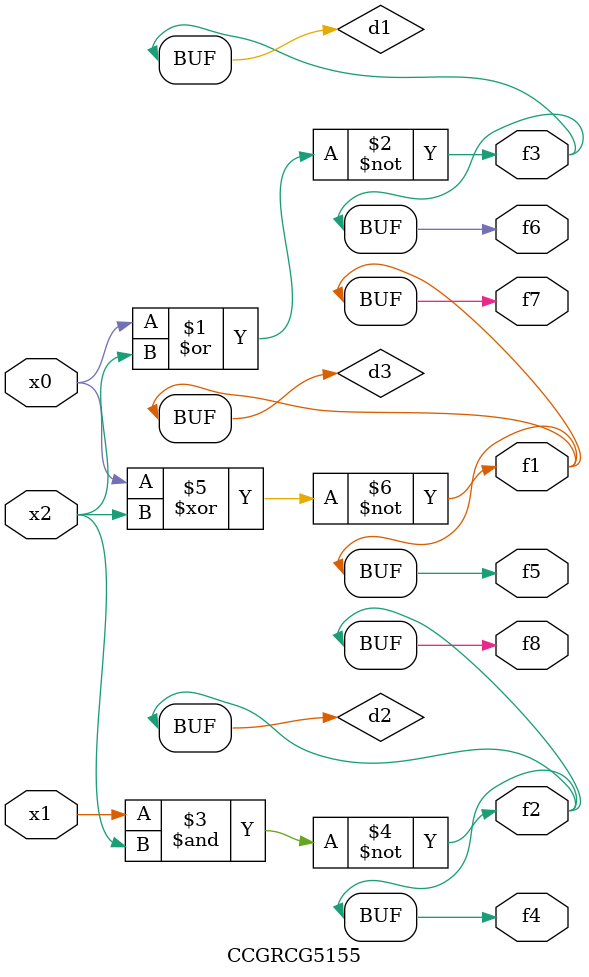
<source format=v>
module CCGRCG5155(
	input x0, x1, x2,
	output f1, f2, f3, f4, f5, f6, f7, f8
);

	wire d1, d2, d3;

	nor (d1, x0, x2);
	nand (d2, x1, x2);
	xnor (d3, x0, x2);
	assign f1 = d3;
	assign f2 = d2;
	assign f3 = d1;
	assign f4 = d2;
	assign f5 = d3;
	assign f6 = d1;
	assign f7 = d3;
	assign f8 = d2;
endmodule

</source>
